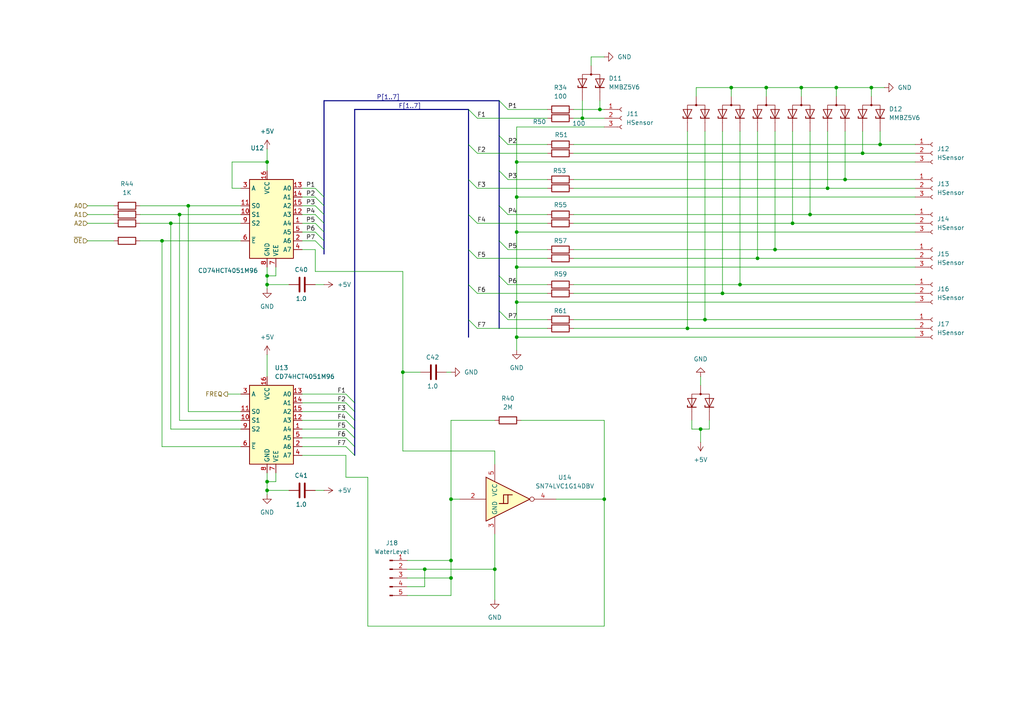
<source format=kicad_sch>
(kicad_sch (version 20231120) (generator "eeschema") (generator_version "8.0")
  (paper "A4")
  (title_block (title "Humidity sensors interface  (WPMain Ext)") (date "2026-02-05") (company "RoboWay"))
  (lib_symbols
    (symbol "74xGxx:SN74LVC1G14DBV"
      (property "Reference" "U" (at 0 3.81 0))
      (property "Value" "SN74LVC1G14DBV" (at 0 -3.81 0))
      (symbol "SN74LVC1G14DBV_0_1"
        (polyline (pts (xy -7.62 6.35) (xy -7.62 -6.35) (xy 5.08 0) (xy -7.62 6.35)) (stroke (width 0.254)) (fill (type background)))
      )
      (symbol "SN74LVC1G14DBV_1_1"
        (polyline (pts (xy -3.81 -1.27) (xy -1.27 -1.27) (xy -1.27 1.27)) (stroke (width 0.254)))
        (polyline (pts (xy -2.54 -1.27) (xy -2.54 1.27) (xy 0 1.27)) (stroke (width 0.254)))
        (pin no_connect line (at -7.62 5.08 180) (length 5.08) hide (name "NC") (number "1"))
        (pin input line (at -15.24 0 0) (length 7.62) (name "~") (number "2"))
        (pin power_in line (at -5.08 -10.16 90) (length 5.08) (name "GND") (number "3"))
        (pin output inverted (at 12.7 0 180) (length 7.62) (name "~") (number "4"))
        (pin power_in line (at -5.08 10.16 270) (length 5.08) (name "VCC") (number "5"))
      )
    )
    (symbol "74xx:74HCT4051"
      (property "Reference" "U" (at -5.08 11.43 0))
      (property "Value" "74HCT4051" (at -7.62 -13.97 0))
      (symbol "74HCT4051_0_1"
        (rectangle (start -5.08 10.16) (end 7.62 -12.7) (stroke (width 0.254)) (fill (type background)))
      )
      (symbol "74HCT4051_1_1"
        (pin passive line (at 10.16 -2.54 180) (length 2.54) (name "A4") (number "1"))
        (pin input line (at -7.62 0 0) (length 2.54) (name "S1") (number "10"))
        (pin input line (at -7.62 2.54 0) (length 2.54) (name "S0") (number "11"))
        (pin passive line (at 10.16 0 180) (length 2.54) (name "A3") (number "12"))
        (pin passive line (at 10.16 7.62 180) (length 2.54) (name "A0") (number "13"))
        (pin passive line (at 10.16 5.08 180) (length 2.54) (name "A1") (number "14"))
        (pin passive line (at 10.16 2.54 180) (length 2.54) (name "A2") (number "15"))
        (pin power_in line (at 0 12.7 270) (length 2.54) (name "VCC") (number "16"))
        (pin passive line (at 10.16 -7.62 180) (length 2.54) (name "A6") (number "2"))
        (pin passive line (at -7.62 7.62 0) (length 2.54) (name "A") (number "3"))
        (pin passive line (at 10.16 -10.16 180) (length 2.54) (name "A7") (number "4"))
        (pin passive line (at 10.16 -5.08 180) (length 2.54) (name "A5") (number "5"))
        (pin input line (at -7.62 -7.62 0) (length 2.54) (name "~{E}") (number "6"))
        (pin power_in line (at 2.54 -15.24 90) (length 2.54) (name "VEE") (number "7"))
        (pin power_in line (at 0 -15.24 90) (length 2.54) (name "GND") (number "8"))
        (pin input line (at -7.62 -2.54 0) (length 2.54) (name "S2") (number "9"))
      )
    )
    (symbol "Connector:Conn_01x03_Socket" (pin_names (offset 1.016) hide)
      (property "Reference" "J" (at 0 5.08 0))
      (property "Value" "Conn_01x03_Socket" (at 0 -5.08 0))
      (symbol "Conn_01x03_Socket_1_1"
        (arc (start 0 -2.032) (mid -0.5058 -2.54) (end 0 -3.048) (stroke (width 0.1524)))
        (polyline (pts (xy -1.27 -2.54) (xy -0.508 -2.54)) (stroke (width 0.1524)))
        (polyline (pts (xy -1.27 0) (xy -0.508 0)) (stroke (width 0.1524)))
        (polyline (pts (xy -1.27 2.54) (xy -0.508 2.54)) (stroke (width 0.1524)))
        (arc (start 0 0.508) (mid -0.5058 0) (end 0 -0.508) (stroke (width 0.1524)))
        (arc (start 0 3.048) (mid -0.5058 2.54) (end 0 2.032) (stroke (width 0.1524)))
        (pin passive line (at -5.08 2.54 0) (length 3.81) (name "Pin_1") (number "1"))
        (pin passive line (at -5.08 0 0) (length 3.81) (name "Pin_2") (number "2"))
        (pin passive line (at -5.08 -2.54 0) (length 3.81) (name "Pin_3") (number "3"))
      )
    )
    (symbol "Connector:Conn_01x05_Pin" (pin_names (offset 1.016) hide)
      (property "Reference" "J" (at 0 7.62 0))
      (property "Value" "Conn_01x05_Pin" (at 0 -7.62 0))
      (symbol "Conn_01x05_Pin_1_1"
        (polyline (pts (xy 1.27 -5.08) (xy 0.8636 -5.08)) (stroke (width 0.1524)))
        (polyline (pts (xy 1.27 -2.54) (xy 0.8636 -2.54)) (stroke (width 0.1524)))
        (polyline (pts (xy 1.27 0) (xy 0.8636 0)) (stroke (width 0.1524)))
        (polyline (pts (xy 1.27 2.54) (xy 0.8636 2.54)) (stroke (width 0.1524)))
        (polyline (pts (xy 1.27 5.08) (xy 0.8636 5.08)) (stroke (width 0.1524)))
        (rectangle (start 0.8636 -4.953) (end 0 -5.207) (stroke (width 0.1524)) (fill (type outline)))
        (rectangle (start 0.8636 -2.413) (end 0 -2.667) (stroke (width 0.1524)) (fill (type outline)))
        (rectangle (start 0.8636 0.127) (end 0 -0.127) (stroke (width 0.1524)) (fill (type outline)))
        (rectangle (start 0.8636 2.667) (end 0 2.413) (stroke (width 0.1524)) (fill (type outline)))
        (rectangle (start 0.8636 5.207) (end 0 4.953) (stroke (width 0.1524)) (fill (type outline)))
        (pin passive line (at 5.08 5.08 180) (length 3.81) (name "Pin_1") (number "1"))
        (pin passive line (at 5.08 2.54 180) (length 3.81) (name "Pin_2") (number "2"))
        (pin passive line (at 5.08 0 180) (length 3.81) (name "Pin_3") (number "3"))
        (pin passive line (at 5.08 -2.54 180) (length 3.81) (name "Pin_4") (number "4"))
        (pin passive line (at 5.08 -5.08 180) (length 3.81) (name "Pin_5") (number "5"))
      )
    )
    (symbol "Device:C" (pin_numbers hide) (pin_names (offset 0.254))
      (property "Reference" "C" (at 0.635 2.54 0))
      (property "Value" "C" (at 0.635 -2.54 0))
      (symbol "C_0_1"
        (polyline (pts (xy -2.032 -0.762) (xy 2.032 -0.762)) (stroke (width 0.508)))
        (polyline (pts (xy -2.032 0.762) (xy 2.032 0.762)) (stroke (width 0.508)))
      )
      (symbol "C_1_1"
        (pin passive line (at 0 3.81 270) (length 2.794) (name "~") (number "1"))
        (pin passive line (at 0 -3.81 90) (length 2.794) (name "~") (number "2"))
      )
    )
    (symbol "Device:R" (pin_numbers hide) (pin_names (offset 0))
      (property "Reference" "R" (at 2.032 0 90))
      (property "Value" "R" (at 0 0 90))
      (symbol "R_0_1"
        (rectangle (start -1.016 -2.54) (end 1.016 2.54) (stroke (width 0.254)))
      )
      (symbol "R_1_1"
        (pin passive line (at 0 3.81 270) (length 1.27) (name "~") (number "1"))
        (pin passive line (at 0 -3.81 90) (length 1.27) (name "~") (number "2"))
      )
    )
    (symbol "Diode:MMBZxx" (pin_numbers hide) (pin_names (offset 1.016) hide)
      (property "Reference" "D" (at 3.81 2.54 0))
      (property "Value" "MMBZxx" (at 3.81 0 0))
      (symbol "MMBZxx_0_1"
        (circle (center 0 -2.54) (radius 0.254) (fill (type outline)))
        (polyline (pts (xy -2.54 -1.27) (xy -2.54 2.54)))
        (polyline (pts (xy 2.54 -1.27) (xy 2.54 2.54)))
        (polyline (pts (xy -3.81 1.27) (xy -1.27 1.27) (xy -1.27 0.762)) (stroke (width 0.254)))
        (polyline (pts (xy 1.27 1.27) (xy 3.81 1.27) (xy 3.81 0.762)) (stroke (width 0.254)))
        (polyline (pts (xy -2.54 0) (xy -2.54 -2.54) (xy 2.54 -2.54) (xy 2.54 0)))
      )
      (symbol "MMBZxx_1_1"
        (polyline (pts (xy -3.81 -1.27) (xy -1.27 -1.27) (xy -2.54 1.27) (xy -3.81 -1.27)) (stroke (width 0.2032)))
        (polyline (pts (xy 1.27 -1.27) (xy 3.81 -1.27) (xy 2.54 1.27) (xy 1.27 -1.27)) (stroke (width 0.2032)))
        (pin passive line (at -2.54 5.08 270) (length 2.54) (name "K") (number "1"))
        (pin passive line (at 2.54 5.08 270) (length 2.54) (name "K") (number "2"))
        (pin passive line (at 0 -5.08 90) (length 2.54) (name "A") (number "3"))
      )
    )
    (symbol "power:+5V" (power) (pin_numbers hide) (pin_names (offset 0) hide)
      (property "Value" "+5V" (at 0 3.556 0))
      (symbol "+5V_0_1"
        (polyline (pts (xy -0.762 1.27) (xy 0 2.54)))
        (polyline (pts (xy 0 0) (xy 0 2.54)))
        (polyline (pts (xy 0 2.54) (xy 0.762 1.27)))
      )
      (symbol "+5V_1_1"
        (pin power_in line (at 0 0 90) (length 0) (name "~") (number "1"))
      )
    )
    (symbol "power:GND" (power) (pin_numbers hide) (pin_names (offset 0) hide)
      (property "Value" "GND" (at 0 -3.81 0))
      (symbol "GND_0_1"
        (polyline (pts (xy 0 0) (xy 0 -1.27) (xy 1.27 -1.27) (xy 0 -2.54) (xy -1.27 -1.27) (xy 0 -1.27)))
      )
      (symbol "GND_1_1"
        (pin power_in line (at 0 0 270) (length 0) (name "~") (number "1"))
      )
    )
  )
  (junction (at 214.63 82.55))
  (junction (at 54.61 59.69))
  (junction (at 130.81 162.56))
  (junction (at 175.26 144.78))
  (junction (at 149.86 77.47))
  (junction (at 219.71 74.93))
  (junction (at 123.19 165.1))
  (junction (at 149.86 97.79))
  (junction (at 224.79 72.39))
  (junction (at 173.99 31.75))
  (junction (at 203.2 124.46))
  (junction (at 77.47 142.24))
  (junction (at 143.51 165.1))
  (junction (at 234.95 62.23))
  (junction (at 240.03 54.61))
  (junction (at 229.87 64.77))
  (junction (at 199.39 95.25))
  (junction (at 250.19 44.45))
  (junction (at 77.47 80.01))
  (junction (at 222.25 25.4))
  (junction (at 130.81 167.64))
  (junction (at 232.41 25.4))
  (junction (at 245.11 52.07))
  (junction (at 46.99 69.85))
  (junction (at 52.07 62.23))
  (junction (at 212.09 25.4))
  (junction (at 252.73 25.4))
  (junction (at 130.81 144.78))
  (junction (at 255.27 41.91))
  (junction (at 116.84 107.95))
  (junction (at 242.57 25.4))
  (junction (at 168.91 34.29))
  (junction (at 149.86 46.99))
  (junction (at 209.55 85.09))
  (junction (at 204.47 92.71))
  (junction (at 149.86 87.63))
  (junction (at 149.86 57.15))
  (junction (at 77.47 82.55))
  (junction (at 149.86 67.31))
  (junction (at 49.53 64.77))
  (junction (at 77.47 139.7))
  (junction (at 77.47 46.99))
  (bus_entry (at 135.89 72.39) (size 2.54 2.54))
  (bus_entry (at 144.78 59.69) (size 2.54 2.54))
  (bus_entry (at 91.44 69.85) (size 2.54 2.54))
  (bus_entry (at 100.33 121.92) (size 2.54 2.54))
  (bus_entry (at 91.44 67.31) (size 2.54 2.54))
  (bus_entry (at 135.89 92.71) (size 2.54 2.54))
  (bus_entry (at 144.78 69.85) (size 2.54 2.54))
  (bus_entry (at 100.33 119.38) (size 2.54 2.54))
  (bus_entry (at 100.33 124.46) (size 2.54 2.54))
  (bus_entry (at 144.78 90.17) (size 2.54 2.54))
  (bus_entry (at 91.44 57.15) (size 2.54 2.54))
  (bus_entry (at 144.78 49.53) (size 2.54 2.54))
  (bus_entry (at 144.78 80.01) (size 2.54 2.54))
  (bus_entry (at 135.89 52.07) (size 2.54 2.54))
  (bus_entry (at 100.33 114.3) (size 2.54 2.54))
  (bus_entry (at 135.89 41.91) (size 2.54 2.54))
  (bus_entry (at 135.89 31.75) (size 2.54 2.54))
  (bus_entry (at 135.89 82.55) (size 2.54 2.54))
  (bus_entry (at 91.44 64.77) (size 2.54 2.54))
  (bus_entry (at 91.44 62.23) (size 2.54 2.54))
  (bus_entry (at 100.33 116.84) (size 2.54 2.54))
  (bus_entry (at 91.44 54.61) (size 2.54 2.54))
  (bus_entry (at 100.33 129.54) (size 2.54 2.54))
  (bus_entry (at 91.44 59.69) (size 2.54 2.54))
  (bus_entry (at 135.89 62.23) (size 2.54 2.54))
  (bus_entry (at 144.78 29.21) (size 2.54 2.54))
  (bus_entry (at 100.33 127) (size 2.54 2.54))
  (bus_entry (at 144.78 39.37) (size 2.54 2.54))
  (wire (pts (xy 118.11 172.72) (xy 130.81 172.72)))
  (bus (pts (xy 102.87 124.46) (xy 102.87 121.92)))
  (wire (pts (xy 87.63 54.61) (xy 91.44 54.61)))
  (wire (pts (xy 229.87 38.1) (xy 229.87 64.77)))
  (wire (pts (xy 147.32 72.39) (xy 158.75 72.39)))
  (bus (pts (xy 93.98 69.85) (xy 93.98 67.31)))
  (wire (pts (xy 245.11 52.07) (xy 265.43 52.07)))
  (wire (pts (xy 166.37 31.75) (xy 173.99 31.75)))
  (bus (pts (xy 144.78 59.69) (xy 144.78 69.85)))
  (wire (pts (xy 130.81 107.95) (xy 129.54 107.95)))
  (wire (pts (xy 77.47 142.24) (xy 83.82 142.24)))
  (wire (pts (xy 222.25 25.4) (xy 232.41 25.4)))
  (wire (pts (xy 77.47 77.47) (xy 77.47 80.01)))
  (wire (pts (xy 242.57 25.4) (xy 252.73 25.4)))
  (wire (pts (xy 205.74 124.46) (xy 205.74 121.92)))
  (wire (pts (xy 40.64 62.23) (xy 52.07 62.23)))
  (wire (pts (xy 52.07 121.92) (xy 69.85 121.92)))
  (wire (pts (xy 87.63 116.84) (xy 100.33 116.84)))
  (bus (pts (xy 93.98 57.15) (xy 93.98 29.21)))
  (wire (pts (xy 143.51 165.1) (xy 143.51 173.99)))
  (wire (pts (xy 147.32 92.71) (xy 158.75 92.71)))
  (bus (pts (xy 135.89 92.71) (xy 135.89 97.79)))
  (wire (pts (xy 100.33 138.43) (xy 106.68 138.43)))
  (wire (pts (xy 80.01 139.7) (xy 77.47 139.7)))
  (wire (pts (xy 147.32 52.07) (xy 158.75 52.07)))
  (wire (pts (xy 149.86 97.79) (xy 265.43 97.79)))
  (wire (pts (xy 77.47 80.01) (xy 77.47 82.55)))
  (wire (pts (xy 204.47 92.71) (xy 265.43 92.71)))
  (wire (pts (xy 116.84 130.81) (xy 143.51 130.81)))
  (wire (pts (xy 234.95 38.1) (xy 234.95 62.23)))
  (wire (pts (xy 80.01 137.16) (xy 80.01 139.7)))
  (wire (pts (xy 212.09 25.4) (xy 212.09 27.94)))
  (wire (pts (xy 175.26 36.83) (xy 149.86 36.83)))
  (wire (pts (xy 204.47 38.1) (xy 204.47 92.71)))
  (wire (pts (xy 138.43 54.61) (xy 158.75 54.61)))
  (bus (pts (xy 135.89 82.55) (xy 135.89 92.71)))
  (wire (pts (xy 46.99 69.85) (xy 69.85 69.85)))
  (bus (pts (xy 144.78 69.85) (xy 144.78 80.01)))
  (wire (pts (xy 77.47 82.55) (xy 83.82 82.55)))
  (bus (pts (xy 102.87 132.08) (xy 102.87 129.54)))
  (wire (pts (xy 138.43 74.93) (xy 158.75 74.93)))
  (wire (pts (xy 25.4 64.77) (xy 33.02 64.77)))
  (wire (pts (xy 166.37 64.77) (xy 229.87 64.77)))
  (bus (pts (xy 102.87 31.75) (xy 135.89 31.75)))
  (wire (pts (xy 149.86 87.63) (xy 149.86 97.79)))
  (bus (pts (xy 144.78 49.53) (xy 144.78 59.69)))
  (wire (pts (xy 77.47 139.7) (xy 77.47 142.24)))
  (wire (pts (xy 118.11 162.56) (xy 130.81 162.56)))
  (bus (pts (xy 144.78 80.01) (xy 144.78 90.17)))
  (wire (pts (xy 147.32 31.75) (xy 158.75 31.75)))
  (wire (pts (xy 46.99 69.85) (xy 46.99 129.54)))
  (wire (pts (xy 40.64 64.77) (xy 49.53 64.77)))
  (wire (pts (xy 255.27 38.1) (xy 255.27 41.91)))
  (bus (pts (xy 93.98 64.77) (xy 93.98 62.23)))
  (wire (pts (xy 168.91 29.21) (xy 168.91 34.29)))
  (wire (pts (xy 255.27 41.91) (xy 265.43 41.91)))
  (bus (pts (xy 135.89 62.23) (xy 135.89 72.39)))
  (wire (pts (xy 240.03 38.1) (xy 240.03 54.61)))
  (bus (pts (xy 102.87 121.92) (xy 102.87 119.38)))
  (wire (pts (xy 87.63 59.69) (xy 91.44 59.69)))
  (wire (pts (xy 149.86 77.47) (xy 265.43 77.47)))
  (wire (pts (xy 252.73 25.4) (xy 256.54 25.4)))
  (wire (pts (xy 199.39 95.25) (xy 265.43 95.25)))
  (wire (pts (xy 234.95 62.23) (xy 265.43 62.23)))
  (wire (pts (xy 203.2 124.46) (xy 203.2 128.27)))
  (bus (pts (xy 93.98 59.69) (xy 93.98 57.15)))
  (wire (pts (xy 49.53 64.77) (xy 69.85 64.77)))
  (wire (pts (xy 166.37 72.39) (xy 224.79 72.39)))
  (wire (pts (xy 214.63 82.55) (xy 265.43 82.55)))
  (wire (pts (xy 54.61 119.38) (xy 69.85 119.38)))
  (wire (pts (xy 209.55 38.1) (xy 209.55 85.09)))
  (wire (pts (xy 252.73 27.94) (xy 252.73 25.4)))
  (wire (pts (xy 166.37 85.09) (xy 209.55 85.09)))
  (wire (pts (xy 40.64 69.85) (xy 46.99 69.85)))
  (wire (pts (xy 80.01 80.01) (xy 77.47 80.01)))
  (wire (pts (xy 168.91 34.29) (xy 175.26 34.29)))
  (wire (pts (xy 232.41 25.4) (xy 232.41 27.94)))
  (wire (pts (xy 149.86 77.47) (xy 149.86 87.63)))
  (wire (pts (xy 245.11 38.1) (xy 245.11 52.07)))
  (wire (pts (xy 67.31 54.61) (xy 69.85 54.61)))
  (wire (pts (xy 175.26 144.78) (xy 161.29 144.78)))
  (wire (pts (xy 46.99 129.54) (xy 69.85 129.54)))
  (wire (pts (xy 175.26 181.61) (xy 175.26 144.78)))
  (bus (pts (xy 144.78 90.17) (xy 144.78 95.25)))
  (wire (pts (xy 212.09 25.4) (xy 222.25 25.4)))
  (wire (pts (xy 138.43 34.29) (xy 158.75 34.29)))
  (wire (pts (xy 25.4 59.69) (xy 33.02 59.69)))
  (wire (pts (xy 87.63 62.23) (xy 91.44 62.23)))
  (wire (pts (xy 201.93 27.94) (xy 201.93 25.4)))
  (wire (pts (xy 87.63 121.92) (xy 100.33 121.92)))
  (wire (pts (xy 130.81 162.56) (xy 130.81 144.78)))
  (wire (pts (xy 149.86 67.31) (xy 149.86 77.47)))
  (wire (pts (xy 143.51 130.81) (xy 143.51 134.62)))
  (wire (pts (xy 250.19 38.1) (xy 250.19 44.45)))
  (wire (pts (xy 49.53 64.77) (xy 49.53 124.46)))
  (wire (pts (xy 147.32 41.91) (xy 158.75 41.91)))
  (wire (pts (xy 250.19 44.45) (xy 265.43 44.45)))
  (wire (pts (xy 149.86 46.99) (xy 149.86 57.15)))
  (wire (pts (xy 219.71 74.93) (xy 265.43 74.93)))
  (wire (pts (xy 203.2 124.46) (xy 205.74 124.46)))
  (wire (pts (xy 138.43 85.09) (xy 158.75 85.09)))
  (wire (pts (xy 149.86 46.99) (xy 265.43 46.99)))
  (wire (pts (xy 219.71 38.1) (xy 219.71 74.93)))
  (wire (pts (xy 166.37 41.91) (xy 255.27 41.91)))
  (bus (pts (xy 144.78 39.37) (xy 144.78 49.53)))
  (wire (pts (xy 240.03 54.61) (xy 265.43 54.61)))
  (wire (pts (xy 149.86 87.63) (xy 265.43 87.63)))
  (wire (pts (xy 100.33 132.08) (xy 100.33 138.43)))
  (wire (pts (xy 203.2 109.22) (xy 203.2 111.76)))
  (wire (pts (xy 87.63 64.77) (xy 91.44 64.77)))
  (wire (pts (xy 200.66 124.46) (xy 203.2 124.46)))
  (wire (pts (xy 224.79 72.39) (xy 265.43 72.39)))
  (wire (pts (xy 171.45 16.51) (xy 175.26 16.51)))
  (bus (pts (xy 102.87 129.54) (xy 102.87 127)))
  (wire (pts (xy 25.4 62.23) (xy 33.02 62.23)))
  (wire (pts (xy 166.37 62.23) (xy 234.95 62.23)))
  (wire (pts (xy 133.35 144.78) (xy 130.81 144.78)))
  (wire (pts (xy 91.44 78.74) (xy 116.84 78.74)))
  (wire (pts (xy 222.25 25.4) (xy 222.25 27.94)))
  (bus (pts (xy 102.87 119.38) (xy 102.87 116.84)))
  (wire (pts (xy 147.32 82.55) (xy 158.75 82.55)))
  (wire (pts (xy 66.04 114.3) (xy 69.85 114.3)))
  (wire (pts (xy 87.63 129.54) (xy 100.33 129.54)))
  (wire (pts (xy 87.63 119.38) (xy 100.33 119.38)))
  (wire (pts (xy 166.37 54.61) (xy 240.03 54.61)))
  (wire (pts (xy 77.47 137.16) (xy 77.47 139.7)))
  (wire (pts (xy 166.37 95.25) (xy 199.39 95.25)))
  (wire (pts (xy 229.87 64.77) (xy 265.43 64.77)))
  (wire (pts (xy 166.37 82.55) (xy 214.63 82.55)))
  (wire (pts (xy 149.86 97.79) (xy 149.86 101.6)))
  (bus (pts (xy 144.78 29.21) (xy 144.78 39.37)))
  (wire (pts (xy 171.45 19.05) (xy 171.45 16.51)))
  (wire (pts (xy 151.13 121.92) (xy 175.26 121.92)))
  (bus (pts (xy 102.87 116.84) (xy 102.87 31.75)))
  (wire (pts (xy 130.81 144.78) (xy 130.81 121.92)))
  (wire (pts (xy 49.53 124.46) (xy 69.85 124.46)))
  (wire (pts (xy 87.63 69.85) (xy 91.44 69.85)))
  (wire (pts (xy 201.93 25.4) (xy 212.09 25.4)))
  (wire (pts (xy 209.55 85.09) (xy 265.43 85.09)))
  (bus (pts (xy 135.89 31.75) (xy 135.89 41.91)))
  (wire (pts (xy 87.63 114.3) (xy 100.33 114.3)))
  (wire (pts (xy 123.19 165.1) (xy 118.11 165.1)))
  (wire (pts (xy 80.01 77.47) (xy 80.01 80.01)))
  (bus (pts (xy 102.87 127) (xy 102.87 124.46)))
  (wire (pts (xy 52.07 62.23) (xy 69.85 62.23)))
  (wire (pts (xy 242.57 27.94) (xy 242.57 25.4)))
  (wire (pts (xy 54.61 59.69) (xy 69.85 59.69)))
  (bus (pts (xy 93.98 69.85) (xy 93.98 72.39)))
  (wire (pts (xy 77.47 82.55) (xy 77.47 83.82)))
  (wire (pts (xy 173.99 29.21) (xy 173.99 31.75)))
  (wire (pts (xy 149.86 57.15) (xy 265.43 57.15)))
  (wire (pts (xy 166.37 52.07) (xy 245.11 52.07)))
  (wire (pts (xy 52.07 62.23) (xy 52.07 121.92)))
  (bus (pts (xy 93.98 72.39) (xy 93.98 73.66)))
  (wire (pts (xy 123.19 170.18) (xy 123.19 165.1)))
  (wire (pts (xy 91.44 142.24) (xy 93.98 142.24)))
  (wire (pts (xy 87.63 57.15) (xy 91.44 57.15)))
  (wire (pts (xy 91.44 72.39) (xy 91.44 78.74)))
  (wire (pts (xy 149.86 36.83) (xy 149.86 46.99)))
  (bus (pts (xy 135.89 52.07) (xy 135.89 62.23)))
  (wire (pts (xy 175.26 121.92) (xy 175.26 144.78)))
  (wire (pts (xy 200.66 121.92) (xy 200.66 124.46)))
  (wire (pts (xy 130.81 121.92) (xy 143.51 121.92)))
  (wire (pts (xy 214.63 38.1) (xy 214.63 82.55)))
  (wire (pts (xy 149.86 57.15) (xy 149.86 67.31)))
  (wire (pts (xy 87.63 124.46) (xy 100.33 124.46)))
  (wire (pts (xy 116.84 107.95) (xy 121.92 107.95)))
  (wire (pts (xy 87.63 67.31) (xy 91.44 67.31)))
  (wire (pts (xy 67.31 46.99) (xy 77.47 46.99)))
  (wire (pts (xy 224.79 38.1) (xy 224.79 72.39)))
  (wire (pts (xy 143.51 154.94) (xy 143.51 165.1)))
  (wire (pts (xy 123.19 165.1) (xy 143.51 165.1)))
  (wire (pts (xy 138.43 95.25) (xy 158.75 95.25)))
  (wire (pts (xy 54.61 59.69) (xy 54.61 119.38)))
  (wire (pts (xy 118.11 170.18) (xy 123.19 170.18)))
  (wire (pts (xy 106.68 181.61) (xy 175.26 181.61)))
  (wire (pts (xy 166.37 44.45) (xy 250.19 44.45)))
  (wire (pts (xy 173.99 31.75) (xy 175.26 31.75)))
  (wire (pts (xy 67.31 46.99) (xy 67.31 54.61)))
  (wire (pts (xy 77.47 102.87) (xy 77.47 109.22)))
  (wire (pts (xy 147.32 62.23) (xy 158.75 62.23)))
  (wire (pts (xy 138.43 64.77) (xy 158.75 64.77)))
  (wire (pts (xy 91.44 82.55) (xy 93.98 82.55)))
  (wire (pts (xy 87.63 132.08) (xy 100.33 132.08)))
  (wire (pts (xy 77.47 43.18) (xy 77.47 46.99)))
  (wire (pts (xy 149.86 67.31) (xy 265.43 67.31)))
  (wire (pts (xy 106.68 138.43) (xy 106.68 181.61)))
  (wire (pts (xy 87.63 72.39) (xy 91.44 72.39)))
  (wire (pts (xy 166.37 34.29) (xy 168.91 34.29)))
  (bus (pts (xy 93.98 29.21) (xy 144.78 29.21)))
  (wire (pts (xy 166.37 74.93) (xy 219.71 74.93)))
  (wire (pts (xy 77.47 142.24) (xy 77.47 143.51)))
  (bus (pts (xy 93.98 62.23) (xy 93.98 59.69)))
  (bus (pts (xy 93.98 67.31) (xy 93.98 64.77)))
  (wire (pts (xy 116.84 107.95) (xy 116.84 130.81)))
  (bus (pts (xy 135.89 72.39) (xy 135.89 82.55)))
  (wire (pts (xy 77.47 46.99) (xy 77.47 49.53)))
  (wire (pts (xy 116.84 78.74) (xy 116.84 107.95)))
  (wire (pts (xy 130.81 167.64) (xy 130.81 162.56)))
  (wire (pts (xy 40.64 59.69) (xy 54.61 59.69)))
  (wire (pts (xy 118.11 167.64) (xy 130.81 167.64)))
  (wire (pts (xy 138.43 44.45) (xy 158.75 44.45)))
  (wire (pts (xy 130.81 172.72) (xy 130.81 167.64)))
  (wire (pts (xy 199.39 38.1) (xy 199.39 95.25)))
  (wire (pts (xy 87.63 127) (xy 100.33 127)))
  (bus (pts (xy 135.89 41.91) (xy 135.89 52.07)))
  (wire (pts (xy 25.4 69.85) (xy 33.02 69.85)))
  (wire (pts (xy 166.37 92.71) (xy 204.47 92.71)))
  (wire (pts (xy 232.41 25.4) (xy 242.57 25.4)))
  (label "F3" (at 100.33 119.38 180))
  (label "P3" (at 91.44 59.69 180))
  (label "P[1..7]" (at 109.22 29.21 0))
  (label "P5" (at 147.32 72.39 0))
  (label "P6" (at 147.32 82.55 0))
  (label "F5" (at 138.43 74.93 0))
  (label "P2" (at 147.32 41.91 0))
  (label "F6" (at 100.33 127 180))
  (label "F7" (at 138.43 95.25 0))
  (label "P6" (at 91.44 67.31 180))
  (label "P1" (at 91.44 54.61 180))
  (label "F6" (at 138.43 85.09 0))
  (label "F2" (at 138.43 44.45 0))
  (label "P4" (at 91.44 62.23 180))
  (label "F1" (at 100.33 114.3 180))
  (label "P2" (at 91.44 57.15 180))
  (label "F4" (at 100.33 121.92 180))
  (label "F3" (at 138.43 54.61 0))
  (label "F4" (at 138.43 64.77 0))
  (label "F7" (at 100.33 129.54 180))
  (label "P4" (at 147.32 62.23 0))
  (label "F5" (at 100.33 124.46 180))
  (label "P1" (at 147.32 31.75 0))
  (label "F[1..7]" (at 115.57 31.75 0))
  (label "P3" (at 147.32 52.07 0))
  (label "P7" (at 91.44 69.85 180))
  (label "F2" (at 100.33 116.84 180))
  (label "F1" (at 138.43 34.29 0))
  (label "P5" (at 91.44 64.77 180))
  (label "P7" (at 147.32 92.71 0))
  (hierarchical_label "A2" (shape input) (at 25.4 64.77 180))
  (hierarchical_label "~{OE}" (shape input) (at 25.4 69.85 180))
  (hierarchical_label "A0" (shape input) (at 25.4 59.69 180))
  (hierarchical_label "FREQ" (shape output) (at 66.04 114.3 180))
  (hierarchical_label "A1" (shape input) (at 25.4 62.23 180))
  (symbol (lib_id "Diode:MMBZxx") (at 171.45 24.13 180) (unit 1)
    (property "Reference" "D11" (at 176.53 22.7329 0) (effects (justify right)))
    (property "Value" "MMBZ5V6" (at 176.53 25.2729 0) (effects (justify right)))
    (property "Footprint" "Package_TO_SOT_SMD:SOT-23" (effects (hide yes)))
    (property "Datasheet" "http://www.onsemi.com/pub/Collateral/MMBZ5V6ALT1-D.PDF" (effects (hide yes)))
    (property "Description" "Double Zener Diode, Common Anode, 225mW, SOT-23" (effects (hide yes)))
  )
  (symbol (lib_id "Diode:MMBZxx") (at 242.57 33.02 180) (unit 1)
    (property "Reference" "D13" (effects (hide yes)))
    (property "Value" "MMBZ5V6" (effects (hide yes)))
    (property "Footprint" "Package_TO_SOT_SMD:SOT-23" (effects (hide yes)))
    (property "Datasheet" "http://www.onsemi.com/pub/Collateral/MMBZ5V6ALT1-D.PDF" (effects (hide yes)))
    (property "Description" "Double Zener Diode, Common Anode, 225mW, SOT-23" (effects (hide yes)))
  )
  (symbol (lib_id "power:+5V") (at 93.98 142.24 270) (unit 1)
    (property "Reference" "#PWR0107" (effects (hide yes)))
    (property "Value" "+5V" (at 97.79 142.2399 90) (effects (justify left)))
    (property "Description" "Power symbol creates a global label with name \"+5V\"" (effects (hide yes)))
  )
  (symbol (lib_id "Connector:Conn_01x03_Socket") (at 270.51 44.45 0) (unit 1)
    (property "Reference" "J12" (at 271.78 43.1799 0) (effects (justify left)))
    (property "Value" "HSensor" (at 271.78 45.7199 0) (effects (justify left)))
    (property "Footprint" "easyeda2kicad:CONN-TH_DB301R-3.5-3P-GN-S" (effects (hide yes)))
    (property "Description" "Generic connector, single row, 01x03, script generated" (effects (hide yes)))
  )
  (symbol (lib_id "Connector:Conn_01x03_Socket") (at 270.51 85.09 0) (unit 1)
    (property "Reference" "J16" (at 271.78 83.8199 0) (effects (justify left)))
    (property "Value" "HSensor" (at 271.78 86.3599 0) (effects (justify left)))
    (property "Footprint" "easyeda2kicad:CONN-TH_DB301R-3.5-3P-GN-S" (effects (hide yes)))
    (property "Description" "Generic connector, single row, 01x03, script generated" (effects (hide yes)))
  )
  (symbol (lib_id "Device:C") (at 125.73 107.95 90) (unit 1)
    (property "Reference" "C42" (at 125.476 103.632 90))
    (property "Value" "1.0" (at 125.476 112.014 90))
    (property "Footprint" "Capacitor_SMD:C_0603_1608Metric_Pad1.08x0.95mm_HandSolder" (effects (hide yes)))
    (property "Description" "Unpolarized capacitor" (effects (hide yes)))
  )
  (symbol (lib_id "power:GND") (at 149.86 101.6 0) (unit 1)
    (property "Reference" "#PWR0108" (effects (hide yes)))
    (property "Value" "GND" (at 149.86 106.68 0))
    (property "Description" "Power symbol creates a global label with name \"GND\" , ground" (effects (hide yes)))
  )
  (symbol (lib_id "Diode:MMBZxx") (at 232.41 33.02 180) (unit 1)
    (property "Reference" "D14" (effects (hide yes)))
    (property "Value" "MMBZ5V6" (effects (hide yes)))
    (property "Footprint" "Package_TO_SOT_SMD:SOT-23" (effects (hide yes)))
    (property "Datasheet" "http://www.onsemi.com/pub/Collateral/MMBZ5V6ALT1-D.PDF" (effects (hide yes)))
    (property "Description" "Double Zener Diode, Common Anode, 225mW, SOT-23" (effects (hide yes)))
  )
  (symbol (lib_id "Diode:MMBZxx") (at 252.73 33.02 180) (unit 1)
    (property "Reference" "D12" (at 257.81 31.6229 0) (effects (justify right)))
    (property "Value" "MMBZ5V6" (at 257.81 34.1629 0) (effects (justify right)))
    (property "Footprint" "Package_TO_SOT_SMD:SOT-23" (effects (hide yes)))
    (property "Datasheet" "http://www.onsemi.com/pub/Collateral/MMBZ5V6ALT1-D.PDF" (effects (hide yes)))
    (property "Description" "Double Zener Diode, Common Anode, 225mW, SOT-23" (effects (hide yes)))
  )
  (symbol (lib_id "Connector:Conn_01x05_Pin") (at 113.03 167.64 0) (unit 1)
    (property "Reference" "J18" (at 113.665 157.48 0))
    (property "Value" "WaterLevel" (at 113.665 160.02 0))
    (property "Footprint" "Connector_JST:JST_XH_B5B-XH-A_1x05_P2.50mm_Vertical" (effects (hide yes)))
    (property "Description" "Generic connector, single row, 01x05, script generated" (effects (hide yes)))
  )
  (symbol (lib_id "Connector:Conn_01x03_Socket") (at 270.51 95.25 0) (unit 1)
    (property "Reference" "J17" (at 271.78 93.9799 0) (effects (justify left)))
    (property "Value" "HSensor" (at 271.78 96.5199 0) (effects (justify left)))
    (property "Footprint" "easyeda2kicad:CONN-TH_DB301R-3.5-3P-GN-S" (effects (hide yes)))
    (property "Description" "Generic connector, single row, 01x03, script generated" (effects (hide yes)))
  )
  (symbol (lib_id "Device:R") (at 162.56 95.25 90) (unit 1)
    (property "Reference" "R62" (effects (hide yes)))
    (property "Value" "100" (effects (hide yes)))
    (property "Footprint" "Resistor_SMD:R_0603_1608Metric_Pad0.98x0.95mm_HandSolder" (effects (hide yes)))
    (property "Description" "Resistor" (effects (hide yes)))
  )
  (symbol (lib_id "Device:R") (at 162.56 34.29 90) (unit 1)
    (property "Reference" "R50" (at 156.464 35.306 90))
    (property "Value" "100" (at 167.894 35.814 90))
    (property "Footprint" "Resistor_SMD:R_0603_1608Metric_Pad0.98x0.95mm_HandSolder" (effects (hide yes)))
    (property "Description" "Resistor" (effects (hide yes)))
  )
  (symbol (lib_id "Diode:MMBZxx") (at 212.09 33.02 180) (unit 1)
    (property "Reference" "D16" (effects (hide yes)))
    (property "Value" "MMBZ5V6" (effects (hide yes)))
    (property "Footprint" "Package_TO_SOT_SMD:SOT-23" (effects (hide yes)))
    (property "Datasheet" "http://www.onsemi.com/pub/Collateral/MMBZ5V6ALT1-D.PDF" (effects (hide yes)))
    (property "Description" "Double Zener Diode, Common Anode, 225mW, SOT-23" (effects (hide yes)))
  )
  (symbol (lib_id "power:GND") (at 77.47 143.51 0) (unit 1)
    (property "Reference" "#PWR0106" (effects (hide yes)))
    (property "Value" "GND" (at 77.47 148.59 0))
    (property "Description" "Power symbol creates a global label with name \"GND\" , ground" (effects (hide yes)))
  )
  (symbol (lib_id "74xx:74HCT4051") (at 77.47 62.23 0) (unit 1)
    (property "Reference" "U12" (at 72.644 42.926 0) (effects (justify left)))
    (property "Value" "CD74HCT4051M96" (at 57.404 78.486 0) (effects (justify left)))
    (property "Footprint" "easyeda2kicad:SOP-16_L10.0-W3.9-P1.27-LS6.0-BL" (effects (hide yes)))
    (property "Datasheet" "http://www.ti.com/lit/ds/symlink/cd74hct4051.pdf" (effects (hide yes)))
    (property "Description" "8-channel analog multiplexer/demultiplexer, DIP-16/SOIC-16/TSSOP-16" (effects (hide yes)))
    (property "LCSC Part" "C406862" (effects (hide yes)))
  )
  (symbol (lib_id "power:+5V") (at 93.98 82.55 270) (unit 1)
    (property "Reference" "#PWR0104" (effects (hide yes)))
    (property "Value" "+5V" (at 97.79 82.5499 90) (effects (justify left)))
    (property "Description" "Power symbol creates a global label with name \"+5V\"" (effects (hide yes)))
  )
  (symbol (lib_id "Device:R") (at 162.56 31.75 90) (unit 1)
    (property "Reference" "R34" (at 162.56 25.4 90))
    (property "Value" "100" (at 162.56 27.94 90))
    (property "Footprint" "Resistor_SMD:R_0603_1608Metric_Pad0.98x0.95mm_HandSolder" (effects (hide yes)))
    (property "Description" "Resistor" (effects (hide yes)))
  )
  (symbol (lib_id "Device:R") (at 36.83 64.77 90) (unit 1)
    (property "Reference" "R46" (effects (hide yes)))
    (property "Value" "1K" (effects (hide yes)))
    (property "Footprint" "Resistor_SMD:R_0603_1608Metric_Pad0.98x0.95mm_HandSolder" (effects (hide yes)))
    (property "Description" "Resistor" (effects (hide yes)))
  )
  (symbol (lib_id "Device:C") (at 87.63 142.24 90) (unit 1)
    (property "Reference" "C41" (at 87.376 137.922 90))
    (property "Value" "1.0" (at 87.376 146.304 90))
    (property "Footprint" "Capacitor_SMD:C_0603_1608Metric_Pad1.08x0.95mm_HandSolder" (effects (hide yes)))
    (property "Description" "Unpolarized capacitor" (effects (hide yes)))
  )
  (symbol (lib_id "Device:R") (at 162.56 54.61 90) (unit 1)
    (property "Reference" "R54" (effects (hide yes)))
    (property "Value" "100" (effects (hide yes)))
    (property "Footprint" "Resistor_SMD:R_0603_1608Metric_Pad0.98x0.95mm_HandSolder" (effects (hide yes)))
    (property "Description" "Resistor" (effects (hide yes)))
  )
  (symbol (lib_id "Device:R") (at 147.32 121.92 90) (unit 1)
    (property "Reference" "R40" (at 147.32 115.57 90))
    (property "Value" "2M" (at 147.32 118.11 90))
    (property "Footprint" "Resistor_SMD:R_0603_1608Metric_Pad0.98x0.95mm_HandSolder" (effects (hide yes)))
    (property "Description" "Resistor" (effects (hide yes)))
  )
  (symbol (lib_id "Device:R") (at 162.56 52.07 90) (unit 1)
    (property "Reference" "R53" (at 162.306 49.53 90))
    (property "Value" "100" (effects (hide yes)))
    (property "Footprint" "Resistor_SMD:R_0603_1608Metric_Pad0.98x0.95mm_HandSolder" (effects (hide yes)))
    (property "Description" "Resistor" (effects (hide yes)))
  )
  (symbol (lib_id "Device:R") (at 36.83 62.23 90) (unit 1)
    (property "Reference" "R45" (effects (hide yes)))
    (property "Value" "1K" (effects (hide yes)))
    (property "Footprint" "Resistor_SMD:R_0603_1608Metric_Pad0.98x0.95mm_HandSolder" (effects (hide yes)))
    (property "Description" "Resistor" (effects (hide yes)))
  )
  (symbol (lib_id "Connector:Conn_01x03_Socket") (at 270.51 74.93 0) (unit 1)
    (property "Reference" "J15" (at 271.78 73.6599 0) (effects (justify left)))
    (property "Value" "HSensor" (at 271.78 76.1999 0) (effects (justify left)))
    (property "Footprint" "easyeda2kicad:CONN-TH_DB301R-3.5-3P-GN-S" (effects (hide yes)))
    (property "Description" "Generic connector, single row, 01x03, script generated" (effects (hide yes)))
  )
  (symbol (lib_id "power:GND") (at 130.81 107.95 90) (unit 1)
    (property "Reference" "#PWR0110" (effects (hide yes)))
    (property "Value" "GND" (at 134.62 107.9499 90) (effects (justify right)))
    (property "Description" "Power symbol creates a global label with name \"GND\" , ground" (effects (hide yes)))
  )
  (symbol (lib_id "Diode:MMBZxx") (at 201.93 33.02 180) (unit 1)
    (property "Reference" "D17" (effects (hide yes)))
    (property "Value" "MMBZ5V6" (effects (hide yes)))
    (property "Footprint" "Package_TO_SOT_SMD:SOT-23" (effects (hide yes)))
    (property "Datasheet" "http://www.onsemi.com/pub/Collateral/MMBZ5V6ALT1-D.PDF" (effects (hide yes)))
    (property "Description" "Double Zener Diode, Common Anode, 225mW, SOT-23" (effects (hide yes)))
  )
  (symbol (lib_id "Device:R") (at 162.56 62.23 90) (unit 1)
    (property "Reference" "R55" (at 162.56 59.436 90))
    (property "Value" "100" (effects (hide yes)))
    (property "Footprint" "Resistor_SMD:R_0603_1608Metric_Pad0.98x0.95mm_HandSolder" (effects (hide yes)))
    (property "Description" "Resistor" (effects (hide yes)))
  )
  (symbol (lib_id "power:GND") (at 203.2 109.22 180) (unit 1)
    (property "Reference" "#PWR053" (effects (hide yes)))
    (property "Value" "GND" (at 203.2 104.14 0))
    (property "Description" "Power symbol creates a global label with name \"GND\" , ground" (effects (hide yes)))
  )
  (symbol (lib_id "power:GND") (at 77.47 83.82 0) (unit 1)
    (property "Reference" "#PWR0103" (effects (hide yes)))
    (property "Value" "GND" (at 77.47 88.9 0))
    (property "Description" "Power symbol creates a global label with name \"GND\" , ground" (effects (hide yes)))
  )
  (symbol (lib_id "Device:R") (at 162.56 92.71 90) (unit 1)
    (property "Reference" "R61" (at 162.56 90.17 90))
    (property "Value" "100" (effects (hide yes)))
    (property "Footprint" "Resistor_SMD:R_0603_1608Metric_Pad0.98x0.95mm_HandSolder" (effects (hide yes)))
    (property "Description" "Resistor" (effects (hide yes)))
  )
  (symbol (lib_id "Device:R") (at 162.56 64.77 90) (unit 1)
    (property "Reference" "R56" (effects (hide yes)))
    (property "Value" "100" (effects (hide yes)))
    (property "Footprint" "Resistor_SMD:R_0603_1608Metric_Pad0.98x0.95mm_HandSolder" (effects (hide yes)))
    (property "Description" "Resistor" (effects (hide yes)))
  )
  (symbol (lib_id "Connector:Conn_01x03_Socket") (at 180.34 34.29 0) (unit 1)
    (property "Reference" "J11" (at 181.61 33.0199 0) (effects (justify left)))
    (property "Value" "HSensor" (at 181.61 35.5599 0) (effects (justify left)))
    (property "Footprint" "easyeda2kicad:CONN-TH_DB301R-3.5-3P-GN-S" (effects (hide yes)))
    (property "Description" "Generic connector, single row, 01x03, script generated" (effects (hide yes)))
  )
  (symbol (lib_id "power:GND") (at 143.51 173.99 0) (unit 1)
    (property "Reference" "#PWR0109" (effects (hide yes)))
    (property "Value" "GND" (at 143.51 179.07 0))
    (property "Description" "Power symbol creates a global label with name \"GND\" , ground" (effects (hide yes)))
  )
  (symbol (lib_id "Connector:Conn_01x03_Socket") (at 270.51 54.61 0) (unit 1)
    (property "Reference" "J13" (at 271.78 53.3399 0) (effects (justify left)))
    (property "Value" "HSensor" (at 271.78 55.8799 0) (effects (justify left)))
    (property "Footprint" "easyeda2kicad:CONN-TH_DB301R-3.5-3P-GN-S" (effects (hide yes)))
    (property "Description" "Generic connector, single row, 01x03, script generated" (effects (hide yes)))
  )
  (symbol (lib_id "Device:R") (at 162.56 44.45 90) (unit 1)
    (property "Reference" "R52" (effects (hide yes)))
    (property "Value" "100" (effects (hide yes)))
    (property "Footprint" "Resistor_SMD:R_0603_1608Metric_Pad0.98x0.95mm_HandSolder" (effects (hide yes)))
    (property "Description" "Resistor" (effects (hide yes)))
  )
  (symbol (lib_id "Connector:Conn_01x03_Socket") (at 270.51 64.77 0) (unit 1)
    (property "Reference" "J14" (at 271.78 63.4999 0) (effects (justify left)))
    (property "Value" "HSensor" (at 271.78 66.0399 0) (effects (justify left)))
    (property "Footprint" "easyeda2kicad:CONN-TH_DB301R-3.5-3P-GN-S" (effects (hide yes)))
    (property "Description" "Generic connector, single row, 01x03, script generated" (effects (hide yes)))
  )
  (symbol (lib_id "Diode:MMBZxx") (at 222.25 33.02 180) (unit 1)
    (property "Reference" "D15" (effects (hide yes)))
    (property "Value" "MMBZ5V6" (effects (hide yes)))
    (property "Footprint" "Package_TO_SOT_SMD:SOT-23" (effects (hide yes)))
    (property "Datasheet" "http://www.onsemi.com/pub/Collateral/MMBZ5V6ALT1-D.PDF" (effects (hide yes)))
    (property "Description" "Double Zener Diode, Common Anode, 225mW, SOT-23" (effects (hide yes)))
  )
  (symbol (lib_id "74xGxx:SN74LVC1G14DBV") (at 148.59 144.78 0) (unit 1)
    (property "Reference" "U14" (at 163.83 138.4614 0))
    (property "Value" "SN74LVC1G14DBV" (at 163.83 141.0014 0))
    (property "Footprint" "Package_TO_SOT_SMD:SOT-23-5_HandSoldering" (effects (hide yes)))
    (property "Datasheet" "https://www.ti.com/lit/ds/symlink/sn74lvc1g14.pdf" (effects (hide yes)))
    (property "Description" "Single Schmitt NOT Gate, Low-Voltage CMOS, SOT-23" (effects (hide yes)))
  )
  (symbol (lib_id "Device:R") (at 162.56 41.91 90) (unit 1)
    (property "Reference" "R51" (at 162.814 39.116 90))
    (property "Value" "100" (effects (hide yes)))
    (property "Footprint" "Resistor_SMD:R_0603_1608Metric_Pad0.98x0.95mm_HandSolder" (effects (hide yes)))
    (property "Description" "Resistor" (effects (hide yes)))
  )
  (symbol (lib_id "power:+5V") (at 77.47 102.87 0) (unit 1)
    (property "Reference" "#PWR0105" (effects (hide yes)))
    (property "Value" "+5V" (at 77.47 97.79 0))
    (property "Description" "Power symbol creates a global label with name \"+5V\"" (effects (hide yes)))
  )
  (symbol (lib_id "Device:R") (at 36.83 69.85 90) (unit 1)
    (property "Reference" "R47" (effects (hide yes)))
    (property "Value" "1K" (effects (hide yes)))
    (property "Footprint" "Resistor_SMD:R_0603_1608Metric_Pad0.98x0.95mm_HandSolder" (effects (hide yes)))
    (property "Description" "Resistor" (effects (hide yes)))
  )
  (symbol (lib_id "Diode:MMBZxx") (at 203.2 116.84 180) (unit 1)
    (property "Reference" "D18" (effects (hide yes)))
    (property "Value" "MMBZ5V6" (effects (hide yes)))
    (property "Footprint" "Package_TO_SOT_SMD:SOT-23" (effects (hide yes)))
    (property "Datasheet" "http://www.onsemi.com/pub/Collateral/MMBZ5V6ALT1-D.PDF" (effects (hide yes)))
    (property "Description" "Double Zener Diode, Common Anode, 225mW, SOT-23" (effects (hide yes)))
  )
  (symbol (lib_id "Device:R") (at 162.56 82.55 90) (unit 1)
    (property "Reference" "R59" (at 162.56 79.502 90))
    (property "Value" "100" (effects (hide yes)))
    (property "Footprint" "Resistor_SMD:R_0603_1608Metric_Pad0.98x0.95mm_HandSolder" (effects (hide yes)))
    (property "Description" "Resistor" (effects (hide yes)))
  )
  (symbol (lib_id "power:+5V") (at 77.47 43.18 0) (unit 1)
    (property "Reference" "#PWR0102" (effects (hide yes)))
    (property "Value" "+5V" (at 77.47 38.1 0))
    (property "Description" "Power symbol creates a global label with name \"+5V\"" (effects (hide yes)))
  )
  (symbol (lib_id "power:+5V") (at 203.2 128.27 180) (unit 1)
    (property "Reference" "#PWR054" (effects (hide yes)))
    (property "Value" "+5V" (at 203.2 133.35 0))
    (property "Description" "Power symbol creates a global label with name \"+5V\"" (effects (hide yes)))
  )
  (symbol (lib_id "Device:R") (at 162.56 72.39 90) (unit 1)
    (property "Reference" "R57" (at 162.56 69.85 90))
    (property "Value" "100" (effects (hide yes)))
    (property "Footprint" "Resistor_SMD:R_0603_1608Metric_Pad0.98x0.95mm_HandSolder" (effects (hide yes)))
    (property "Description" "Resistor" (effects (hide yes)))
  )
  (symbol (lib_id "Device:R") (at 162.56 85.09 90) (unit 1)
    (property "Reference" "R60" (effects (hide yes)))
    (property "Value" "100" (effects (hide yes)))
    (property "Footprint" "Resistor_SMD:R_0603_1608Metric_Pad0.98x0.95mm_HandSolder" (effects (hide yes)))
    (property "Description" "Resistor" (effects (hide yes)))
  )
  (symbol (lib_id "power:GND") (at 175.26 16.51 90) (unit 1)
    (property "Reference" "#PWR043" (effects (hide yes)))
    (property "Value" "GND" (at 179.07 16.5099 90) (effects (justify right)))
    (property "Description" "Power symbol creates a global label with name \"GND\" , ground" (effects (hide yes)))
  )
  (symbol (lib_id "power:GND") (at 256.54 25.4 90) (unit 1)
    (property "Reference" "#PWR044" (effects (hide yes)))
    (property "Value" "GND" (at 260.35 25.3999 90) (effects (justify right)))
    (property "Description" "Power symbol creates a global label with name \"GND\" , ground" (effects (hide yes)))
  )
  (symbol (lib_id "Device:C") (at 87.63 82.55 90) (unit 1)
    (property "Reference" "C40" (at 87.376 78.232 90))
    (property "Value" "1.0" (at 87.376 86.614 90))
    (property "Footprint" "Capacitor_SMD:C_0603_1608Metric_Pad1.08x0.95mm_HandSolder" (effects (hide yes)))
    (property "Description" "Unpolarized capacitor" (effects (hide yes)))
  )
  (symbol (lib_id "Device:R") (at 162.56 74.93 90) (unit 1)
    (property "Reference" "R58" (effects (hide yes)))
    (property "Value" "100" (effects (hide yes)))
    (property "Footprint" "Resistor_SMD:R_0603_1608Metric_Pad0.98x0.95mm_HandSolder" (effects (hide yes)))
    (property "Description" "Resistor" (effects (hide yes)))
  )
  (symbol (lib_id "Device:R") (at 36.83 59.69 90) (unit 1)
    (property "Reference" "R44" (at 36.83 53.34 90))
    (property "Value" "1K" (at 36.83 55.88 90))
    (property "Footprint" "Resistor_SMD:R_0603_1608Metric_Pad0.98x0.95mm_HandSolder" (effects (hide yes)))
    (property "Description" "Resistor" (effects (hide yes)))
  )
  (symbol (lib_id "74xx:74HCT4051") (at 77.47 121.92 0) (unit 1)
    (property "Reference" "U13" (at 79.6641 106.68 0) (effects (justify left)))
    (property "Value" "CD74HCT4051M96" (at 79.6641 109.22 0) (effects (justify left)))
    (property "Footprint" "easyeda2kicad:SOP-16_L10.0-W3.9-P1.27-LS6.0-BL" (effects (hide yes)))
    (property "Datasheet" "http://www.ti.com/lit/ds/symlink/cd74hct4051.pdf" (effects (hide yes)))
    (property "Description" "8-channel analog multiplexer/demultiplexer, DIP-16/SOIC-16/TSSOP-16" (effects (hide yes)))
    (property "LCSC Part" "C406862" (effects (hide yes)))
  )
)
</source>
